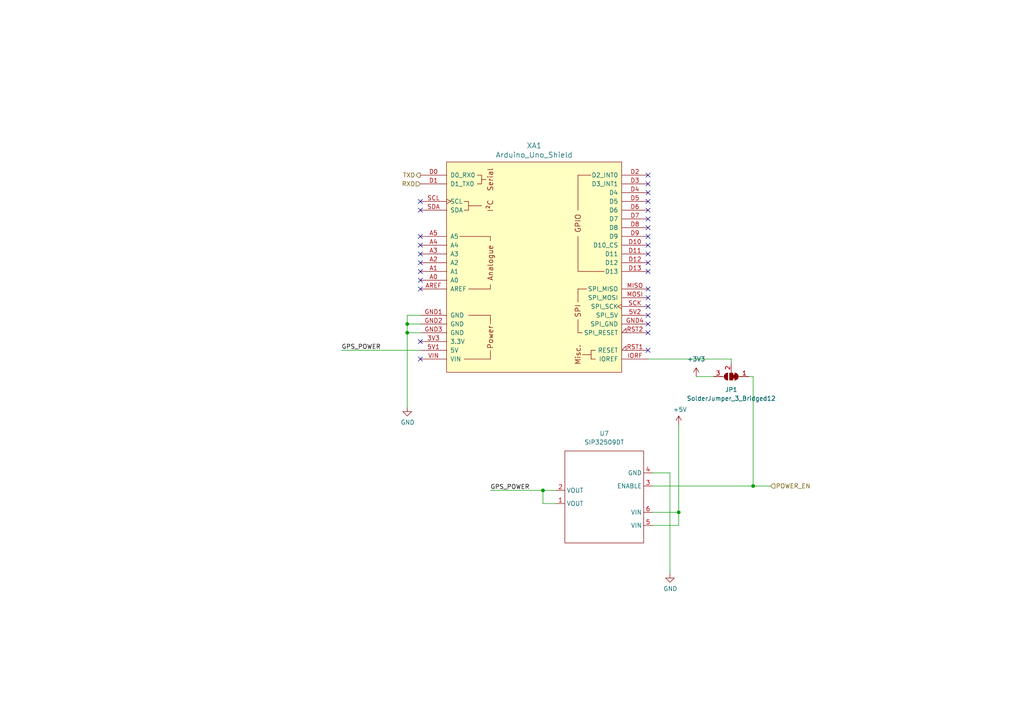
<source format=kicad_sch>
(kicad_sch (version 20211123) (generator eeschema)
  (paper "A4")
  (lib_symbols
    (symbol "Jumper:SolderJumper_3_Bridged12" (pin_names (offset 0) hide)
      (property "Reference" "JP" (at -2.54 -2.54 0))
      (property "Value" "SolderJumper_3_Bridged12" (at 0 2.794 0))
      (symbol "SolderJumper_3_Bridged12_0_1"
        (rectangle (start -1.016 0.508) (end -0.508 -0.508) (fill (type outline)))
        (arc (start -1.016 1.016) (mid -2.032 0) (end -1.016 -1.016))
        (arc (start -1.016 1.016) (mid -2.032 0) (end -1.016 -1.016) (fill (type outline)))
        (rectangle (start -0.508 1.016) (end 0.508 -1.016) (fill (type outline)))
        (polyline (pts (xy -2.54 0) (xy -2.032 0)))
        (polyline (pts (xy -1.016 1.016) (xy -1.016 -1.016)))
        (polyline (pts (xy 0 -1.27) (xy 0 -1.016)))
        (polyline (pts (xy 1.016 1.016) (xy 1.016 -1.016)))
        (polyline (pts (xy 2.54 0) (xy 2.032 0)))
        (arc (start 1.016 -1.016) (mid 2.032 0) (end 1.016 1.016))
        (arc (start 1.016 -1.016) (mid 2.032 0) (end 1.016 1.016) (fill (type outline)))
      )
      (symbol "SolderJumper_3_Bridged12_1_1"
        (pin passive line (at -5.08 0 0) (length 2.54) (name "A") (number "1"))
        (pin input line (at 0 -3.81 90) (length 2.54) (name "C") (number "2"))
        (pin passive line (at 5.08 0 180) (length 2.54) (name "B") (number "3"))
      )
    )
    (symbol "OpenMowerMainboardLib:SIP32509DT"
      (property "Reference" "U" (at 0 0 0))
      (property "Value" "SIP32509DT" (at 0 0 0))
      (symbol "SIP32509DT_0_1"
        (rectangle (start -22.86 40.64) (end 0 13.97))
      )
      (symbol "SIP32509DT_1_1"
        (pin power_out line (at 2.54 29.21 180) (length 2.54) (name "VOUT") (number "1"))
        (pin power_out line (at 2.54 25.4 180) (length 2.54) (name "VOUT") (number "2"))
        (pin input line (at -25.4 24.13 0) (length 2.54) (name "ENABLE") (number "3"))
        (pin input line (at -25.4 20.32 0) (length 2.54) (name "GND") (number "4"))
        (pin power_in line (at -25.4 35.56 0) (length 2.54) (name "VIN") (number "5"))
        (pin power_in line (at -25.4 31.75 0) (length 2.54) (name "VIN") (number "6"))
      )
    )
    (symbol "arduino:Arduino_Uno_Shield" (pin_names (offset 1.016))
      (property "Reference" "XA" (at 2.54 0 90))
      (property "Value" "Arduino_Uno_Shield" (at -2.54 0 90))
      (symbol "Arduino_Uno_Shield_0_0"
        (rectangle (start -25.4 30.48) (end 25.4 -30.48) (fill (type background)))
        (rectangle (start -20.32 -26.67) (end -12.7 -26.67))
        (rectangle (start -19.05 -13.97) (end -12.7 -13.97))
        (polyline (pts (xy -19.05 17.78) (xy -15.24 17.78)))
        (polyline (pts (xy -15.24 25.4) (xy -13.97 25.4)))
        (polyline (pts (xy -12.7 -26.67) (xy -12.7 -24.13)))
        (polyline (pts (xy -12.7 -15.24) (xy -12.7 -16.51)))
        (polyline (pts (xy -12.7 -13.97) (xy -12.7 -15.24)))
        (polyline (pts (xy -12.7 -5.08) (xy -12.7 -6.35) (xy -19.05 -6.35)))
        (polyline (pts (xy -12.7 7.62) (xy -12.7 8.89) (xy -21.59 8.89)))
        (polyline (pts (xy 12.7 8.89) (xy 12.7 -1.27) (xy 20.32 -1.27)))
        (polyline (pts (xy 12.7 16.51) (xy 12.7 26.67) (xy 16.51 26.67)))
        (polyline (pts (xy -20.32 19.05) (xy -19.05 19.05) (xy -19.05 16.51) (xy -20.32 16.51)))
        (polyline (pts (xy -16.51 26.67) (xy -15.24 26.67) (xy -15.24 24.13) (xy -16.51 24.13)))
        (rectangle (start 12.7 -19.05) (end 12.7 -15.24))
        (rectangle (start 12.7 -10.16) (end 12.7 -6.35))
        (rectangle (start 13.97 -19.05) (end 12.7 -19.05))
        (rectangle (start 15.24 -6.35) (end 12.7 -6.35))
        (rectangle (start 16.51 -25.4) (end 13.97 -25.4))
        (rectangle (start 16.51 -24.13) (end 16.51 -26.67))
        (rectangle (start 17.78 -26.67) (end 16.51 -26.67))
        (rectangle (start 17.78 -24.13) (end 16.51 -24.13))
        (text "Analogue" (at -12.7 1.27 900) (effects (font (size 1.524 1.524))))
        (text "I²C" (at -12.7 17.78 900) (effects (font (size 1.524 1.524))))
        (text "Misc." (at 12.7 -25.4 900) (effects (font (size 1.524 1.524))))
        (text "Power" (at -12.7 -20.32 900) (effects (font (size 1.524 1.524))))
        (text "Serial" (at -12.7 25.4 900) (effects (font (size 1.524 1.524))))
        (text "SPI" (at 12.7 -12.7 900) (effects (font (size 1.524 1.524))))
      )
      (symbol "Arduino_Uno_Shield_1_0"
        (text "GPIO" (at 12.7 12.7 900) (effects (font (size 1.524 1.524))))
      )
      (symbol "Arduino_Uno_Shield_1_1"
        (pin power_in line (at -33.02 -21.59 0) (length 7.62) (name "3.3V") (number "3V3"))
        (pin power_in line (at -33.02 -24.13 0) (length 7.62) (name "5V") (number "5V1"))
        (pin power_in line (at 33.02 -13.97 180) (length 7.62) (name "SPI_5V") (number "5V2"))
        (pin bidirectional line (at -33.02 -3.81 0) (length 7.62) (name "A0") (number "A0"))
        (pin bidirectional line (at -33.02 -1.27 0) (length 7.62) (name "A1") (number "A1"))
        (pin bidirectional line (at -33.02 1.27 0) (length 7.62) (name "A2") (number "A2"))
        (pin bidirectional line (at -33.02 3.81 0) (length 7.62) (name "A3") (number "A3"))
        (pin bidirectional line (at -33.02 6.35 0) (length 7.62) (name "A4") (number "A4"))
        (pin bidirectional line (at -33.02 8.89 0) (length 7.62) (name "A5") (number "A5"))
        (pin input line (at -33.02 -6.35 0) (length 7.62) (name "AREF") (number "AREF"))
        (pin bidirectional line (at -33.02 26.67 0) (length 7.62) (name "D0_RX0") (number "D0"))
        (pin bidirectional line (at -33.02 24.13 0) (length 7.62) (name "D1_TX0") (number "D1"))
        (pin bidirectional line (at 33.02 6.35 180) (length 7.62) (name "D10_CS") (number "D10"))
        (pin bidirectional line (at 33.02 3.81 180) (length 7.62) (name "D11") (number "D11"))
        (pin bidirectional line (at 33.02 1.27 180) (length 7.62) (name "D12") (number "D12"))
        (pin bidirectional line (at 33.02 -1.27 180) (length 7.62) (name "D13") (number "D13"))
        (pin bidirectional line (at 33.02 26.67 180) (length 7.62) (name "D2_INT0") (number "D2"))
        (pin bidirectional line (at 33.02 24.13 180) (length 7.62) (name "D3_INT1") (number "D3"))
        (pin bidirectional line (at 33.02 21.59 180) (length 7.62) (name "D4") (number "D4"))
        (pin bidirectional line (at 33.02 19.05 180) (length 7.62) (name "D5") (number "D5"))
        (pin bidirectional line (at 33.02 16.51 180) (length 7.62) (name "D6") (number "D6"))
        (pin bidirectional line (at 33.02 13.97 180) (length 7.62) (name "D7") (number "D7"))
        (pin bidirectional line (at 33.02 11.43 180) (length 7.62) (name "D8") (number "D8"))
        (pin bidirectional line (at 33.02 8.89 180) (length 7.62) (name "D9") (number "D9"))
        (pin power_in line (at -33.02 -13.97 0) (length 7.62) (name "GND") (number "GND1"))
        (pin power_in line (at -33.02 -16.51 0) (length 7.62) (name "GND") (number "GND2"))
        (pin power_in line (at -33.02 -19.05 0) (length 7.62) (name "GND") (number "GND3"))
        (pin power_in line (at 33.02 -16.51 180) (length 7.62) (name "SPI_GND") (number "GND4"))
        (pin output line (at 33.02 -26.67 180) (length 7.62) (name "IOREF") (number "IORF"))
        (pin input line (at 33.02 -6.35 180) (length 7.62) (name "SPI_MISO") (number "MISO"))
        (pin output line (at 33.02 -8.89 180) (length 7.62) (name "SPI_MOSI") (number "MOSI"))
        (pin open_collector input_low (at 33.02 -24.13 180) (length 7.62) (name "RESET") (number "RST1"))
        (pin open_collector input_low (at 33.02 -19.05 180) (length 7.62) (name "SPI_RESET") (number "RST2"))
        (pin output clock (at 33.02 -11.43 180) (length 7.62) (name "SPI_SCK") (number "SCK"))
        (pin bidirectional clock (at -33.02 19.05 0) (length 7.62) (name "SCL") (number "SCL"))
        (pin bidirectional line (at -33.02 16.51 0) (length 7.62) (name "SDA") (number "SDA"))
        (pin power_in line (at -33.02 -26.67 0) (length 7.62) (name "VIN") (number "VIN"))
      )
    )
    (symbol "power:+3.3V" (power) (pin_names (offset 0))
      (property "Value" "+3.3V" (at 0 3.556 0))
      (symbol "+3.3V_0_1"
        (polyline (pts (xy -0.762 1.27) (xy 0 2.54)))
        (polyline (pts (xy 0 0) (xy 0 2.54)))
        (polyline (pts (xy 0 2.54) (xy 0.762 1.27)))
      )
      (symbol "+3.3V_1_1"
        (pin power_in line (at 0 0 90) (length 0) hide (name "+3V3") (number "1"))
      )
    )
    (symbol "power:+5V" (power) (pin_names (offset 0))
      (property "Value" "+5V" (at 0 3.556 0))
      (symbol "+5V_0_1"
        (polyline (pts (xy -0.762 1.27) (xy 0 2.54)))
        (polyline (pts (xy 0 0) (xy 0 2.54)))
        (polyline (pts (xy 0 2.54) (xy 0.762 1.27)))
      )
      (symbol "+5V_1_1"
        (pin power_in line (at 0 0 90) (length 0) hide (name "+5V") (number "1"))
      )
    )
    (symbol "power:GND" (power) (pin_names (offset 0))
      (property "Value" "GND" (at 0 -3.81 0))
      (symbol "GND_0_1"
        (polyline (pts (xy 0 0) (xy 0 -1.27) (xy 1.27 -1.27) (xy 0 -2.54) (xy -1.27 -1.27) (xy 0 -1.27)))
      )
      (symbol "GND_1_1"
        (pin power_in line (at 0 0 270) (length 0) hide (name "GND") (number "1"))
      )
    )
  )
  (junction (at 157.48 142.24))
  (junction (at 218.44 140.97))
  (junction (at 118.11 96.52))
  (junction (at 196.85 148.59))
  (junction (at 118.11 93.98))
  (no_connect (at 121.92 83.82))
  (no_connect (at 121.92 81.28))
  (no_connect (at 121.92 78.74))
  (no_connect (at 121.92 76.2))
  (no_connect (at 121.92 68.58))
  (no_connect (at 121.92 73.66))
  (no_connect (at 121.92 71.12))
  (no_connect (at 121.92 58.42))
  (no_connect (at 121.92 60.96))
  (no_connect (at 187.96 76.2))
  (no_connect (at 187.96 78.74))
  (no_connect (at 187.96 83.82))
  (no_connect (at 187.96 86.36))
  (no_connect (at 187.96 88.9))
  (no_connect (at 187.96 63.5))
  (no_connect (at 187.96 66.04))
  (no_connect (at 187.96 68.58))
  (no_connect (at 187.96 71.12))
  (no_connect (at 187.96 73.66))
  (no_connect (at 187.96 50.8))
  (no_connect (at 187.96 53.34))
  (no_connect (at 187.96 55.88))
  (no_connect (at 187.96 58.42))
  (no_connect (at 187.96 60.96))
  (no_connect (at 187.96 101.6))
  (no_connect (at 187.96 96.52))
  (no_connect (at 187.96 93.98))
  (no_connect (at 187.96 91.44))
  (no_connect (at 121.92 99.06))
  (no_connect (at 121.92 104.14))
  (wire (pts (xy 121.92 96.52) (xy 118.11 96.52)))
  (wire (pts (xy 157.48 142.24) (xy 157.48 146.05)))
  (wire (pts (xy 218.44 109.22) (xy 218.44 140.97)))
  (wire (pts (xy 196.85 152.4) (xy 196.85 148.59)))
  (wire (pts (xy 218.44 109.22) (xy 217.17 109.22)))
  (wire (pts (xy 201.93 109.22) (xy 207.01 109.22)))
  (wire (pts (xy 189.23 140.97) (xy 218.44 140.97)))
  (wire (pts (xy 218.44 140.97) (xy 223.52 140.97)))
  (wire (pts (xy 118.11 91.44) (xy 118.11 93.98)))
  (wire (pts (xy 121.92 93.98) (xy 118.11 93.98)))
  (wire (pts (xy 157.48 146.05) (xy 161.29 146.05)))
  (wire (pts (xy 157.48 142.24) (xy 161.29 142.24)))
  (wire (pts (xy 99.06 101.6) (xy 121.92 101.6)))
  (wire (pts (xy 118.11 96.52) (xy 118.11 118.11)))
  (wire (pts (xy 142.24 142.24) (xy 157.48 142.24)))
  (wire (pts (xy 212.09 104.14) (xy 212.09 105.41)))
  (wire (pts (xy 121.92 91.44) (xy 118.11 91.44)))
  (wire (pts (xy 189.23 152.4) (xy 196.85 152.4)))
  (wire (pts (xy 118.11 93.98) (xy 118.11 96.52)))
  (wire (pts (xy 196.85 123.19) (xy 196.85 148.59)))
  (wire (pts (xy 194.31 137.16) (xy 194.31 166.37)))
  (wire (pts (xy 189.23 148.59) (xy 196.85 148.59)))
  (wire (pts (xy 189.23 137.16) (xy 194.31 137.16)))
  (wire (pts (xy 187.96 104.14) (xy 212.09 104.14)))
  (label "GPS_POWER" (at 99.06 101.6 0))
  (label "GPS_POWER" (at 142.24 142.24 0))
  (hierarchical_label "TXD" (shape output) (at 121.92 50.8 180))
  (hierarchical_label "POWER_EN" (shape input) (at 223.52 140.97 0))
  (hierarchical_label "RXD" (shape input) (at 121.92 53.34 180))
  (symbol (lib_id "power:GND") (at 118.11 118.11 0) (unit 1)
    (property "Reference" "#PWR0109" (effects hide))
    (property "Value" "GND" (at 118.237 122.5042 0))
  )
  (symbol (lib_id "arduino:Arduino_Uno_Shield") (at 154.94 77.47 0) (unit 1)
    (property "Reference" "XA1" (at 154.94 42.2402 0) (effects (font (size 1.524 1.524))))
    (property "Value" "Arduino_Uno_Shield" (at 154.94 44.9326 0) (effects (font (size 1.524 1.524))))
    (property "Footprint" "Arduino:Arduino_Uno_Shield" (effects hide))
  )
  (symbol (lib_id "Jumper:SolderJumper_3_Bridged12") (at 212.09 109.22 180) (unit 1)
    (property "Reference" "JP1" (at 212.09 113.03 0))
    (property "Value" "SolderJumper_3_Bridged12" (at 212.09 115.57 0))
    (property "Footprint" "Jumper:SolderJumper-3_P1.3mm_Bridged12_Pad1.0x1.5mm" (effects hide))
  )
  (symbol (lib_id "power:+3.3V") (at 201.93 109.22 0) (unit 1)
    (property "Reference" "#PWR0116" (effects hide))
    (property "Value" "+3.3V" (at 201.93 104.14 0))
  )
  (symbol (lib_id "OpenMowerMainboardLib:SIP32509DT") (at 163.83 116.84 180) (unit 1)
    (property "Reference" "U7" (at 175.26 125.73 0))
    (property "Value" "SIP32509DT" (at 175.26 128.27 0))
    (property "Footprint" "Package_TO_SOT_SMD:SOT-23-6_Handsoldering" (effects hide))
  )
  (symbol (lib_id "power:+5V") (at 196.85 123.19 0) (unit 1)
    (property "Reference" "#PWR0134" (effects hide))
    (property "Value" "+5V" (at 197.231 118.7958 0))
  )
  (symbol (lib_id "power:GND") (at 194.31 166.37 0) (unit 1)
    (property "Reference" "#PWR0133" (effects hide))
    (property "Value" "GND" (at 194.437 170.7642 0))
  )
)
</source>
